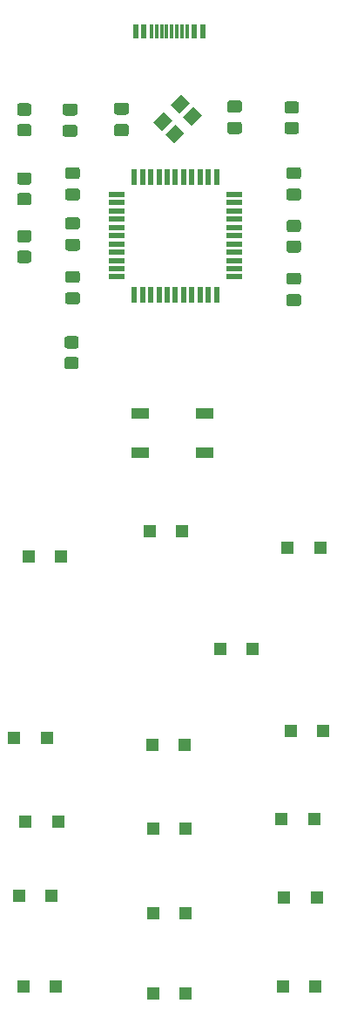
<source format=gbp>
%TF.GenerationSoftware,KiCad,Pcbnew,(5.1.9)-1*%
%TF.CreationDate,2021-01-14T19:29:22+00:00*%
%TF.ProjectId,Nokia_3310_Controller,4e6f6b69-615f-4333-9331-305f436f6e74,rev?*%
%TF.SameCoordinates,Original*%
%TF.FileFunction,Paste,Bot*%
%TF.FilePolarity,Positive*%
%FSLAX46Y46*%
G04 Gerber Fmt 4.6, Leading zero omitted, Abs format (unit mm)*
G04 Created by KiCad (PCBNEW (5.1.9)-1) date 2021-01-14 19:29:22*
%MOMM*%
%LPD*%
G01*
G04 APERTURE LIST*
%ADD10R,1.700000X1.000000*%
%ADD11R,1.200000X1.200000*%
%ADD12R,1.500000X0.550000*%
%ADD13R,0.550000X1.500000*%
%ADD14C,0.100000*%
%ADD15R,0.300000X1.450000*%
%ADD16R,0.600000X1.450000*%
G04 APERTURE END LIST*
D10*
%TO.C,SW_RST1*%
X152650000Y-100300000D03*
X158950000Y-100300000D03*
X152650000Y-96500000D03*
X158950000Y-96500000D03*
%TD*%
%TO.C,R6*%
G36*
G01*
X167850001Y-67400000D02*
X166949999Y-67400000D01*
G75*
G02*
X166700000Y-67150001I0J249999D01*
G01*
X166700000Y-66449999D01*
G75*
G02*
X166949999Y-66200000I249999J0D01*
G01*
X167850001Y-66200000D01*
G75*
G02*
X168100000Y-66449999I0J-249999D01*
G01*
X168100000Y-67150001D01*
G75*
G02*
X167850001Y-67400000I-249999J0D01*
G01*
G37*
G36*
G01*
X167850001Y-69400000D02*
X166949999Y-69400000D01*
G75*
G02*
X166700000Y-69150001I0J249999D01*
G01*
X166700000Y-68449999D01*
G75*
G02*
X166949999Y-68200000I249999J0D01*
G01*
X167850001Y-68200000D01*
G75*
G02*
X168100000Y-68449999I0J-249999D01*
G01*
X168100000Y-69150001D01*
G75*
G02*
X167850001Y-69400000I-249999J0D01*
G01*
G37*
%TD*%
%TO.C,R5*%
G36*
G01*
X141850001Y-67600000D02*
X140949999Y-67600000D01*
G75*
G02*
X140700000Y-67350001I0J249999D01*
G01*
X140700000Y-66649999D01*
G75*
G02*
X140949999Y-66400000I249999J0D01*
G01*
X141850001Y-66400000D01*
G75*
G02*
X142100000Y-66649999I0J-249999D01*
G01*
X142100000Y-67350001D01*
G75*
G02*
X141850001Y-67600000I-249999J0D01*
G01*
G37*
G36*
G01*
X141850001Y-69600000D02*
X140949999Y-69600000D01*
G75*
G02*
X140700000Y-69350001I0J249999D01*
G01*
X140700000Y-68649999D01*
G75*
G02*
X140949999Y-68400000I249999J0D01*
G01*
X141850001Y-68400000D01*
G75*
G02*
X142100000Y-68649999I0J-249999D01*
G01*
X142100000Y-69350001D01*
G75*
G02*
X141850001Y-69600000I-249999J0D01*
G01*
G37*
%TD*%
%TO.C,C1*%
G36*
G01*
X151325000Y-69587500D02*
X150375000Y-69587500D01*
G75*
G02*
X150125000Y-69337500I0J250000D01*
G01*
X150125000Y-68662500D01*
G75*
G02*
X150375000Y-68412500I250000J0D01*
G01*
X151325000Y-68412500D01*
G75*
G02*
X151575000Y-68662500I0J-250000D01*
G01*
X151575000Y-69337500D01*
G75*
G02*
X151325000Y-69587500I-250000J0D01*
G01*
G37*
G36*
G01*
X151325000Y-67512500D02*
X150375000Y-67512500D01*
G75*
G02*
X150125000Y-67262500I0J250000D01*
G01*
X150125000Y-66587500D01*
G75*
G02*
X150375000Y-66337500I250000J0D01*
G01*
X151325000Y-66337500D01*
G75*
G02*
X151575000Y-66587500I0J-250000D01*
G01*
X151575000Y-67262500D01*
G75*
G02*
X151325000Y-67512500I-250000J0D01*
G01*
G37*
%TD*%
%TO.C,C2*%
G36*
G01*
X162325000Y-67300000D02*
X161375000Y-67300000D01*
G75*
G02*
X161125000Y-67050000I0J250000D01*
G01*
X161125000Y-66375000D01*
G75*
G02*
X161375000Y-66125000I250000J0D01*
G01*
X162325000Y-66125000D01*
G75*
G02*
X162575000Y-66375000I0J-250000D01*
G01*
X162575000Y-67050000D01*
G75*
G02*
X162325000Y-67300000I-250000J0D01*
G01*
G37*
G36*
G01*
X162325000Y-69375000D02*
X161375000Y-69375000D01*
G75*
G02*
X161125000Y-69125000I0J250000D01*
G01*
X161125000Y-68450000D01*
G75*
G02*
X161375000Y-68200000I250000J0D01*
G01*
X162325000Y-68200000D01*
G75*
G02*
X162575000Y-68450000I0J-250000D01*
G01*
X162575000Y-69125000D01*
G75*
G02*
X162325000Y-69375000I-250000J0D01*
G01*
G37*
%TD*%
%TO.C,C3*%
G36*
G01*
X167125000Y-82837500D02*
X168075000Y-82837500D01*
G75*
G02*
X168325000Y-83087500I0J-250000D01*
G01*
X168325000Y-83762500D01*
G75*
G02*
X168075000Y-84012500I-250000J0D01*
G01*
X167125000Y-84012500D01*
G75*
G02*
X166875000Y-83762500I0J250000D01*
G01*
X166875000Y-83087500D01*
G75*
G02*
X167125000Y-82837500I250000J0D01*
G01*
G37*
G36*
G01*
X167125000Y-84912500D02*
X168075000Y-84912500D01*
G75*
G02*
X168325000Y-85162500I0J-250000D01*
G01*
X168325000Y-85837500D01*
G75*
G02*
X168075000Y-86087500I-250000J0D01*
G01*
X167125000Y-86087500D01*
G75*
G02*
X166875000Y-85837500I0J250000D01*
G01*
X166875000Y-85162500D01*
G75*
G02*
X167125000Y-84912500I250000J0D01*
G01*
G37*
%TD*%
%TO.C,C4*%
G36*
G01*
X167125000Y-74662500D02*
X168075000Y-74662500D01*
G75*
G02*
X168325000Y-74912500I0J-250000D01*
G01*
X168325000Y-75587500D01*
G75*
G02*
X168075000Y-75837500I-250000J0D01*
G01*
X167125000Y-75837500D01*
G75*
G02*
X166875000Y-75587500I0J250000D01*
G01*
X166875000Y-74912500D01*
G75*
G02*
X167125000Y-74662500I250000J0D01*
G01*
G37*
G36*
G01*
X167125000Y-72587500D02*
X168075000Y-72587500D01*
G75*
G02*
X168325000Y-72837500I0J-250000D01*
G01*
X168325000Y-73512500D01*
G75*
G02*
X168075000Y-73762500I-250000J0D01*
G01*
X167125000Y-73762500D01*
G75*
G02*
X166875000Y-73512500I0J250000D01*
G01*
X166875000Y-72837500D01*
G75*
G02*
X167125000Y-72587500I250000J0D01*
G01*
G37*
%TD*%
%TO.C,C5*%
G36*
G01*
X146575000Y-75837500D02*
X145625000Y-75837500D01*
G75*
G02*
X145375000Y-75587500I0J250000D01*
G01*
X145375000Y-74912500D01*
G75*
G02*
X145625000Y-74662500I250000J0D01*
G01*
X146575000Y-74662500D01*
G75*
G02*
X146825000Y-74912500I0J-250000D01*
G01*
X146825000Y-75587500D01*
G75*
G02*
X146575000Y-75837500I-250000J0D01*
G01*
G37*
G36*
G01*
X146575000Y-73762500D02*
X145625000Y-73762500D01*
G75*
G02*
X145375000Y-73512500I0J250000D01*
G01*
X145375000Y-72837500D01*
G75*
G02*
X145625000Y-72587500I250000J0D01*
G01*
X146575000Y-72587500D01*
G75*
G02*
X146825000Y-72837500I0J-250000D01*
G01*
X146825000Y-73512500D01*
G75*
G02*
X146575000Y-73762500I-250000J0D01*
G01*
G37*
%TD*%
%TO.C,C6*%
G36*
G01*
X146325000Y-67587500D02*
X145375000Y-67587500D01*
G75*
G02*
X145125000Y-67337500I0J250000D01*
G01*
X145125000Y-66662500D01*
G75*
G02*
X145375000Y-66412500I250000J0D01*
G01*
X146325000Y-66412500D01*
G75*
G02*
X146575000Y-66662500I0J-250000D01*
G01*
X146575000Y-67337500D01*
G75*
G02*
X146325000Y-67587500I-250000J0D01*
G01*
G37*
G36*
G01*
X146325000Y-69662500D02*
X145375000Y-69662500D01*
G75*
G02*
X145125000Y-69412500I0J250000D01*
G01*
X145125000Y-68737500D01*
G75*
G02*
X145375000Y-68487500I250000J0D01*
G01*
X146325000Y-68487500D01*
G75*
G02*
X146575000Y-68737500I0J-250000D01*
G01*
X146575000Y-69412500D01*
G75*
G02*
X146325000Y-69662500I-250000J0D01*
G01*
G37*
%TD*%
%TO.C,C7*%
G36*
G01*
X146575000Y-85912500D02*
X145625000Y-85912500D01*
G75*
G02*
X145375000Y-85662500I0J250000D01*
G01*
X145375000Y-84987500D01*
G75*
G02*
X145625000Y-84737500I250000J0D01*
G01*
X146575000Y-84737500D01*
G75*
G02*
X146825000Y-84987500I0J-250000D01*
G01*
X146825000Y-85662500D01*
G75*
G02*
X146575000Y-85912500I-250000J0D01*
G01*
G37*
G36*
G01*
X146575000Y-83837500D02*
X145625000Y-83837500D01*
G75*
G02*
X145375000Y-83587500I0J250000D01*
G01*
X145375000Y-82912500D01*
G75*
G02*
X145625000Y-82662500I250000J0D01*
G01*
X146575000Y-82662500D01*
G75*
G02*
X146825000Y-82912500I0J-250000D01*
G01*
X146825000Y-83587500D01*
G75*
G02*
X146575000Y-83837500I-250000J0D01*
G01*
G37*
%TD*%
%TO.C,C8*%
G36*
G01*
X146575000Y-78642499D02*
X145625000Y-78642499D01*
G75*
G02*
X145375000Y-78392499I0J250000D01*
G01*
X145375000Y-77717499D01*
G75*
G02*
X145625000Y-77467499I250000J0D01*
G01*
X146575000Y-77467499D01*
G75*
G02*
X146825000Y-77717499I0J-250000D01*
G01*
X146825000Y-78392499D01*
G75*
G02*
X146575000Y-78642499I-250000J0D01*
G01*
G37*
G36*
G01*
X146575000Y-80717499D02*
X145625000Y-80717499D01*
G75*
G02*
X145375000Y-80467499I0J250000D01*
G01*
X145375000Y-79792499D01*
G75*
G02*
X145625000Y-79542499I250000J0D01*
G01*
X146575000Y-79542499D01*
G75*
G02*
X146825000Y-79792499I0J-250000D01*
G01*
X146825000Y-80467499D01*
G75*
G02*
X146575000Y-80717499I-250000J0D01*
G01*
G37*
%TD*%
D11*
%TO.C,D1*%
X141825000Y-110400000D03*
X144975000Y-110400000D03*
%TD*%
%TO.C,D2*%
X156775000Y-107900000D03*
X153625000Y-107900000D03*
%TD*%
%TO.C,D3*%
X167025000Y-109500000D03*
X170175000Y-109500000D03*
%TD*%
%TO.C,D4*%
X163575000Y-119400000D03*
X160425000Y-119400000D03*
%TD*%
%TO.C,D5*%
X140425000Y-128000000D03*
X143575000Y-128000000D03*
%TD*%
%TO.C,D6*%
X156975000Y-128700000D03*
X153825000Y-128700000D03*
%TD*%
%TO.C,D7*%
X167325000Y-127300000D03*
X170475000Y-127300000D03*
%TD*%
%TO.C,D8*%
X144675000Y-136100000D03*
X141525000Y-136100000D03*
%TD*%
%TO.C,D9*%
X153925000Y-136800000D03*
X157075000Y-136800000D03*
%TD*%
%TO.C,D10*%
X169575000Y-135900000D03*
X166425000Y-135900000D03*
%TD*%
%TO.C,D11*%
X144075000Y-143300000D03*
X140925000Y-143300000D03*
%TD*%
%TO.C,D12*%
X153925000Y-145000000D03*
X157075000Y-145000000D03*
%TD*%
%TO.C,D13*%
X169825000Y-143500000D03*
X166675000Y-143500000D03*
%TD*%
%TO.C,D14*%
X141325000Y-152100000D03*
X144475000Y-152100000D03*
%TD*%
%TO.C,D15*%
X157075000Y-152800000D03*
X153925000Y-152800000D03*
%TD*%
%TO.C,D16*%
X166525000Y-152100000D03*
X169675000Y-152100000D03*
%TD*%
%TO.C,R1*%
G36*
G01*
X146450001Y-92204999D02*
X145549999Y-92204999D01*
G75*
G02*
X145300000Y-91955000I0J249999D01*
G01*
X145300000Y-91254998D01*
G75*
G02*
X145549999Y-91004999I249999J0D01*
G01*
X146450001Y-91004999D01*
G75*
G02*
X146700000Y-91254998I0J-249999D01*
G01*
X146700000Y-91955000D01*
G75*
G02*
X146450001Y-92204999I-249999J0D01*
G01*
G37*
G36*
G01*
X146450001Y-90204999D02*
X145549999Y-90204999D01*
G75*
G02*
X145300000Y-89955000I0J249999D01*
G01*
X145300000Y-89254998D01*
G75*
G02*
X145549999Y-89004999I249999J0D01*
G01*
X146450001Y-89004999D01*
G75*
G02*
X146700000Y-89254998I0J-249999D01*
G01*
X146700000Y-89955000D01*
G75*
G02*
X146450001Y-90204999I-249999J0D01*
G01*
G37*
%TD*%
%TO.C,R2*%
G36*
G01*
X167149999Y-79700000D02*
X168050001Y-79700000D01*
G75*
G02*
X168300000Y-79949999I0J-249999D01*
G01*
X168300000Y-80650001D01*
G75*
G02*
X168050001Y-80900000I-249999J0D01*
G01*
X167149999Y-80900000D01*
G75*
G02*
X166900000Y-80650001I0J249999D01*
G01*
X166900000Y-79949999D01*
G75*
G02*
X167149999Y-79700000I249999J0D01*
G01*
G37*
G36*
G01*
X167149999Y-77700000D02*
X168050001Y-77700000D01*
G75*
G02*
X168300000Y-77949999I0J-249999D01*
G01*
X168300000Y-78650001D01*
G75*
G02*
X168050001Y-78900000I-249999J0D01*
G01*
X167149999Y-78900000D01*
G75*
G02*
X166900000Y-78650001I0J249999D01*
G01*
X166900000Y-77949999D01*
G75*
G02*
X167149999Y-77700000I249999J0D01*
G01*
G37*
%TD*%
%TO.C,R3*%
G36*
G01*
X141850001Y-76300000D02*
X140949999Y-76300000D01*
G75*
G02*
X140700000Y-76050001I0J249999D01*
G01*
X140700000Y-75349999D01*
G75*
G02*
X140949999Y-75100000I249999J0D01*
G01*
X141850001Y-75100000D01*
G75*
G02*
X142100000Y-75349999I0J-249999D01*
G01*
X142100000Y-76050001D01*
G75*
G02*
X141850001Y-76300000I-249999J0D01*
G01*
G37*
G36*
G01*
X141850001Y-74300000D02*
X140949999Y-74300000D01*
G75*
G02*
X140700000Y-74050001I0J249999D01*
G01*
X140700000Y-73349999D01*
G75*
G02*
X140949999Y-73100000I249999J0D01*
G01*
X141850001Y-73100000D01*
G75*
G02*
X142100000Y-73349999I0J-249999D01*
G01*
X142100000Y-74050001D01*
G75*
G02*
X141850001Y-74300000I-249999J0D01*
G01*
G37*
%TD*%
%TO.C,R4*%
G36*
G01*
X141850001Y-81900000D02*
X140949999Y-81900000D01*
G75*
G02*
X140700000Y-81650001I0J249999D01*
G01*
X140700000Y-80949999D01*
G75*
G02*
X140949999Y-80700000I249999J0D01*
G01*
X141850001Y-80700000D01*
G75*
G02*
X142100000Y-80949999I0J-249999D01*
G01*
X142100000Y-81650001D01*
G75*
G02*
X141850001Y-81900000I-249999J0D01*
G01*
G37*
G36*
G01*
X141850001Y-79900000D02*
X140949999Y-79900000D01*
G75*
G02*
X140700000Y-79650001I0J249999D01*
G01*
X140700000Y-78949999D01*
G75*
G02*
X140949999Y-78700000I249999J0D01*
G01*
X141850001Y-78700000D01*
G75*
G02*
X142100000Y-78949999I0J-249999D01*
G01*
X142100000Y-79650001D01*
G75*
G02*
X141850001Y-79900000I-249999J0D01*
G01*
G37*
%TD*%
D12*
%TO.C,U1*%
X150400000Y-83250000D03*
X150400000Y-82450000D03*
X150400000Y-81650000D03*
X150400000Y-80850000D03*
X150400000Y-80050000D03*
X150400000Y-79250000D03*
X150400000Y-78450000D03*
X150400000Y-77650000D03*
X150400000Y-76850000D03*
X150400000Y-76050000D03*
X150400000Y-75250000D03*
D13*
X152100000Y-73550000D03*
X152900000Y-73550000D03*
X153700000Y-73550000D03*
X154500000Y-73550000D03*
X155300000Y-73550000D03*
X156100000Y-73550000D03*
X156900000Y-73550000D03*
X157700000Y-73550000D03*
X158500000Y-73550000D03*
X159300000Y-73550000D03*
X160100000Y-73550000D03*
D12*
X161800000Y-75250000D03*
X161800000Y-76050000D03*
X161800000Y-76850000D03*
X161800000Y-77650000D03*
X161800000Y-78450000D03*
X161800000Y-79250000D03*
X161800000Y-80050000D03*
X161800000Y-80850000D03*
X161800000Y-81650000D03*
X161800000Y-82450000D03*
X161800000Y-83250000D03*
D13*
X160100000Y-84950000D03*
X159300000Y-84950000D03*
X158500000Y-84950000D03*
X157700000Y-84950000D03*
X156900000Y-84950000D03*
X156100000Y-84950000D03*
X155300000Y-84950000D03*
X154500000Y-84950000D03*
X153700000Y-84950000D03*
X152900000Y-84950000D03*
X152100000Y-84950000D03*
%TD*%
D14*
%TO.C,X1*%
G36*
X155993934Y-70275305D02*
G01*
X155145406Y-69426777D01*
X156135356Y-68436827D01*
X156983884Y-69285355D01*
X155993934Y-70275305D01*
G37*
G36*
X157690990Y-68578249D02*
G01*
X156842462Y-67729721D01*
X157832412Y-66739771D01*
X158680940Y-67588299D01*
X157690990Y-68578249D01*
G37*
G36*
X154791852Y-69073223D02*
G01*
X153943324Y-68224695D01*
X154933274Y-67234745D01*
X155781802Y-68083273D01*
X154791852Y-69073223D01*
G37*
G36*
X156488908Y-67376167D02*
G01*
X155640380Y-66527639D01*
X156630330Y-65537689D01*
X157478858Y-66386217D01*
X156488908Y-67376167D01*
G37*
%TD*%
D15*
%TO.C,J1*%
X155250000Y-59445000D03*
X157250000Y-59445000D03*
X156750000Y-59445000D03*
X156250000Y-59445000D03*
X155750000Y-59445000D03*
X154750000Y-59445000D03*
X154250000Y-59445000D03*
X153750000Y-59445000D03*
D16*
X158750000Y-59445000D03*
X157950000Y-59445000D03*
X153050000Y-59445000D03*
X152250000Y-59445000D03*
X152250000Y-59445000D03*
X153050000Y-59445000D03*
X157950000Y-59445000D03*
X158750000Y-59445000D03*
%TD*%
M02*

</source>
